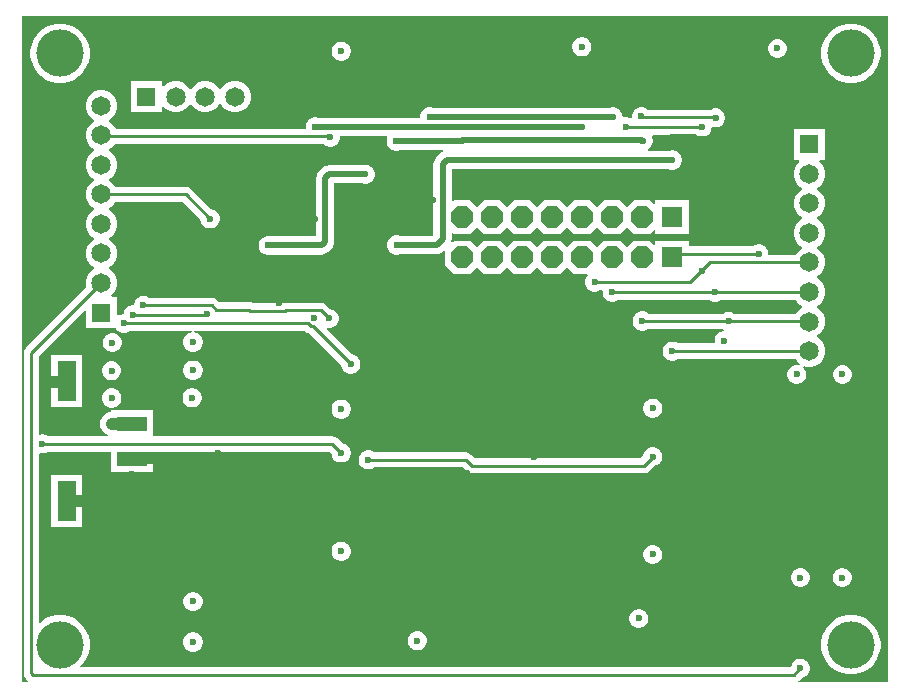
<source format=gbl>
G04*
G04 #@! TF.GenerationSoftware,Altium Limited,Altium Designer,22.8.2 (66)*
G04*
G04 Layer_Physical_Order=4*
G04 Layer_Color=16711680*
%FSLAX42Y42*%
%MOMM*%
G71*
G04*
G04 #@! TF.SameCoordinates,0533CB18-9495-43A3-8B9C-2A5BF5C5928D*
G04*
G04*
G04 #@! TF.FilePolarity,Positive*
G04*
G01*
G75*
%ADD13C,0.25*%
%ADD58C,0.51*%
%ADD59C,1.02*%
%ADD62P,1.95X8X202.5*%
%ADD63R,1.80X1.80*%
%ADD64R,1.65X1.65*%
%ADD65C,1.65*%
%ADD66R,1.65X1.65*%
%ADD67C,4.00*%
%ADD68C,0.60*%
%ADD69R,2.54X1.27*%
%ADD70R,1.65X3.43*%
G36*
X7417Y81D02*
X6660D01*
X6656Y94D01*
X6660Y96D01*
X6683Y119D01*
X6703Y125D01*
X6722Y135D01*
X6737Y150D01*
X6747Y169D01*
X6753Y189D01*
Y211D01*
X6747Y231D01*
X6737Y250D01*
X6722Y265D01*
X6703Y275D01*
X6683Y281D01*
X6661D01*
X6641Y275D01*
X6622Y265D01*
X6607Y250D01*
X6597Y231D01*
X6591Y211D01*
X6587Y207D01*
X582D01*
X577Y218D01*
X599Y240D01*
X626Y281D01*
X645Y327D01*
X655Y375D01*
Y425D01*
X645Y473D01*
X626Y519D01*
X599Y560D01*
X564Y595D01*
X523Y622D01*
X477Y641D01*
X429Y651D01*
X379D01*
X331Y641D01*
X285Y622D01*
X244Y595D01*
X236Y587D01*
X225Y592D01*
Y2013D01*
X235Y2021D01*
X240Y2019D01*
X262D01*
X282Y2025D01*
X300Y2035D01*
X836D01*
Y1858D01*
X1191D01*
Y2035D01*
X2681D01*
X2703Y2013D01*
X2709Y1993D01*
X2719Y1974D01*
X2734Y1959D01*
X2753Y1949D01*
X2773Y1943D01*
X2795D01*
X2815Y1949D01*
X2834Y1959D01*
X2849Y1974D01*
X2859Y1993D01*
X2865Y2013D01*
Y2035D01*
X2859Y2055D01*
X2849Y2074D01*
X2834Y2089D01*
X2815Y2099D01*
X2795Y2105D01*
X2754Y2146D01*
X2733Y2160D01*
X2708Y2165D01*
X1191D01*
Y2386D01*
X836D01*
Y2373D01*
X817Y2371D01*
X793Y2361D01*
X772Y2344D01*
X755Y2323D01*
X745Y2299D01*
X742Y2272D01*
X745Y2245D01*
X755Y2221D01*
X772Y2200D01*
X793Y2183D01*
X807Y2177D01*
X804Y2165D01*
X300D01*
X282Y2175D01*
X262Y2181D01*
X240D01*
X235Y2179D01*
X225Y2187D01*
Y2841D01*
X609Y3225D01*
X621Y3221D01*
Y3079D01*
X877D01*
X881Y3070D01*
X896Y3055D01*
X915Y3045D01*
X935Y3039D01*
X957D01*
X977Y3045D01*
X995Y3055D01*
X1519D01*
X1519Y3043D01*
X1499Y3037D01*
X1480Y3027D01*
X1465Y3012D01*
X1455Y2993D01*
X1449Y2973D01*
Y2951D01*
X1455Y2931D01*
X1465Y2912D01*
X1480Y2897D01*
X1499Y2887D01*
X1519Y2881D01*
X1541D01*
X1561Y2887D01*
X1580Y2897D01*
X1595Y2912D01*
X1605Y2931D01*
X1611Y2951D01*
Y2973D01*
X1605Y2993D01*
X1595Y3012D01*
X1580Y3027D01*
X1561Y3037D01*
X1541Y3043D01*
X1541Y3055D01*
X2476D01*
X2482Y3049D01*
X2503Y3035D01*
X2517Y3032D01*
X2784Y2765D01*
X2790Y2745D01*
X2800Y2726D01*
X2815Y2711D01*
X2834Y2701D01*
X2854Y2695D01*
X2875D01*
X2896Y2701D01*
X2914Y2711D01*
X2929Y2726D01*
X2940Y2745D01*
X2946Y2765D01*
Y2787D01*
X2940Y2807D01*
X2929Y2826D01*
X2914Y2841D01*
X2896Y2851D01*
X2876Y2857D01*
X2662Y3071D01*
X2668Y3082D01*
X2671Y3081D01*
X2693D01*
X2713Y3087D01*
X2732Y3097D01*
X2747Y3112D01*
X2757Y3131D01*
X2763Y3151D01*
Y3173D01*
X2757Y3193D01*
X2747Y3212D01*
X2732Y3227D01*
X2713Y3237D01*
X2693Y3243D01*
X2658Y3277D01*
X2637Y3291D01*
X2613Y3296D01*
X2316D01*
X2291Y3291D01*
X2289Y3290D01*
X2036D01*
X2025Y3297D01*
X2001Y3302D01*
X1751D01*
X1733Y3320D01*
X1712Y3334D01*
X1687Y3339D01*
X1159D01*
X1141Y3349D01*
X1121Y3355D01*
X1099D01*
X1079Y3349D01*
X1060Y3339D01*
X1045Y3324D01*
X1035Y3305D01*
X1029Y3285D01*
Y3276D01*
X1012D01*
X991Y3271D01*
X973Y3260D01*
X958Y3245D01*
X947Y3226D01*
X942Y3206D01*
Y3201D01*
X935D01*
X915Y3195D01*
X900Y3187D01*
X887Y3192D01*
Y3345D01*
X842D01*
X839Y3358D01*
X861Y3380D01*
X878Y3411D01*
X887Y3444D01*
Y3480D01*
X878Y3513D01*
X861Y3544D01*
X836Y3569D01*
X817Y3580D01*
Y3594D01*
X836Y3605D01*
X861Y3630D01*
X878Y3661D01*
X887Y3694D01*
Y3730D01*
X878Y3763D01*
X861Y3794D01*
X836Y3819D01*
X817Y3830D01*
Y3844D01*
X836Y3855D01*
X861Y3880D01*
X878Y3911D01*
X887Y3944D01*
Y3980D01*
X878Y4013D01*
X861Y4044D01*
X836Y4069D01*
X817Y4080D01*
Y4094D01*
X836Y4105D01*
X861Y4130D01*
X871Y4147D01*
X1441D01*
X1593Y3995D01*
X1599Y3975D01*
X1609Y3956D01*
X1624Y3941D01*
X1643Y3931D01*
X1663Y3925D01*
X1685D01*
X1705Y3931D01*
X1724Y3941D01*
X1739Y3956D01*
X1749Y3975D01*
X1755Y3995D01*
Y4017D01*
X1749Y4037D01*
X1739Y4056D01*
X1724Y4071D01*
X1705Y4081D01*
X1685Y4087D01*
X1514Y4258D01*
X1493Y4272D01*
X1468Y4277D01*
X871D01*
X861Y4294D01*
X836Y4319D01*
X817Y4330D01*
Y4344D01*
X836Y4355D01*
X861Y4380D01*
X878Y4411D01*
X887Y4444D01*
Y4480D01*
X878Y4513D01*
X861Y4544D01*
X836Y4569D01*
X817Y4580D01*
Y4594D01*
X836Y4605D01*
X861Y4630D01*
X865Y4638D01*
X2636D01*
X2642Y4631D01*
X2661Y4621D01*
X2681Y4615D01*
X2703D01*
X2723Y4621D01*
X2742Y4631D01*
X2757Y4646D01*
X2767Y4665D01*
X2773Y4685D01*
Y4707D01*
X2775Y4709D01*
X3170D01*
X3176Y4698D01*
X3175Y4695D01*
X3169Y4675D01*
Y4653D01*
X3175Y4633D01*
X3185Y4614D01*
X3200Y4599D01*
X3219Y4589D01*
X3239Y4583D01*
X3261D01*
X3275Y4587D01*
X3643D01*
X3646Y4574D01*
X3641Y4573D01*
X3625Y4560D01*
X3587Y4522D01*
X3575Y4506D01*
X3568Y4488D01*
X3565Y4468D01*
Y3863D01*
X3562Y3861D01*
X3279D01*
X3265Y3865D01*
X3243D01*
X3223Y3859D01*
X3204Y3849D01*
X3189Y3834D01*
X3179Y3815D01*
X3173Y3795D01*
Y3773D01*
X3179Y3753D01*
X3189Y3734D01*
X3204Y3719D01*
X3223Y3709D01*
X3243Y3703D01*
X3265D01*
X3279Y3707D01*
X3594D01*
X3614Y3710D01*
X3633Y3717D01*
X3649Y3730D01*
X3655Y3736D01*
X3667Y3731D01*
Y3608D01*
X3737Y3538D01*
X3878D01*
X3935Y3594D01*
X3991Y3538D01*
X4132D01*
X4189Y3594D01*
X4245Y3538D01*
X4386D01*
X4443Y3594D01*
X4499Y3538D01*
X4640D01*
X4697Y3594D01*
X4753Y3538D01*
X4865D01*
X4871Y3525D01*
X4865Y3520D01*
X4855Y3501D01*
X4849Y3481D01*
Y3459D01*
X4855Y3439D01*
X4865Y3420D01*
X4880Y3405D01*
X4899Y3395D01*
X4919Y3389D01*
X4941D01*
X4961Y3395D01*
X4979Y3405D01*
X4993D01*
X4999Y3397D01*
Y3375D01*
X5005Y3355D01*
X5015Y3336D01*
X5030Y3321D01*
X5049Y3311D01*
X5069Y3305D01*
X5091D01*
X5111Y3311D01*
X5129Y3321D01*
X5898D01*
X5900Y3319D01*
X5919Y3309D01*
X5939Y3303D01*
X5961D01*
X5981Y3309D01*
X6000Y3319D01*
X6002Y3321D01*
X6631D01*
X6641Y3304D01*
X6666Y3279D01*
X6685Y3268D01*
Y3254D01*
X6666Y3243D01*
X6641Y3218D01*
X6633Y3203D01*
X6113D01*
X6095Y3213D01*
X6075Y3219D01*
X6053D01*
X6033Y3213D01*
X6015Y3203D01*
X5386D01*
X5384Y3205D01*
X5365Y3215D01*
X5345Y3221D01*
X5323D01*
X5303Y3215D01*
X5284Y3205D01*
X5269Y3190D01*
X5259Y3171D01*
X5253Y3151D01*
Y3129D01*
X5259Y3109D01*
X5269Y3090D01*
X5284Y3075D01*
X5303Y3065D01*
X5323Y3059D01*
X5345D01*
X5365Y3065D01*
X5380Y3073D01*
X6015D01*
X6028Y3066D01*
X6025Y3053D01*
X6015D01*
X5995Y3047D01*
X5976Y3037D01*
X5961Y3022D01*
X5951Y3003D01*
X5945Y2983D01*
Y2961D01*
X5946Y2960D01*
X5938Y2950D01*
X5636D01*
X5619Y2959D01*
X5599Y2965D01*
X5577D01*
X5557Y2959D01*
X5538Y2949D01*
X5523Y2934D01*
X5513Y2915D01*
X5507Y2895D01*
Y2873D01*
X5513Y2853D01*
X5523Y2834D01*
X5538Y2819D01*
X5557Y2809D01*
X5577Y2803D01*
X5599D01*
X5619Y2809D01*
X5638Y2819D01*
X5639Y2820D01*
X6632D01*
X6641Y2804D01*
X6666Y2779D01*
X6671Y2777D01*
X6666Y2765D01*
X6651Y2769D01*
X6630D01*
X6609Y2763D01*
X6591Y2753D01*
X6576Y2738D01*
X6565Y2719D01*
X6560Y2699D01*
Y2677D01*
X6565Y2657D01*
X6576Y2638D01*
X6591Y2623D01*
X6609Y2613D01*
X6630Y2607D01*
X6651D01*
X6672Y2613D01*
X6690Y2623D01*
X6705Y2638D01*
X6716Y2657D01*
X6721Y2677D01*
Y2699D01*
X6716Y2719D01*
X6705Y2738D01*
X6693Y2750D01*
X6700Y2761D01*
X6730Y2753D01*
X6766D01*
X6799Y2762D01*
X6830Y2779D01*
X6855Y2804D01*
X6872Y2835D01*
X6881Y2868D01*
Y2904D01*
X6872Y2937D01*
X6855Y2968D01*
X6830Y2993D01*
X6811Y3004D01*
Y3018D01*
X6830Y3029D01*
X6855Y3054D01*
X6872Y3085D01*
X6881Y3118D01*
Y3154D01*
X6872Y3187D01*
X6855Y3218D01*
X6830Y3243D01*
X6811Y3254D01*
Y3268D01*
X6830Y3279D01*
X6855Y3304D01*
X6872Y3335D01*
X6881Y3368D01*
Y3404D01*
X6872Y3437D01*
X6855Y3468D01*
X6830Y3493D01*
X6811Y3504D01*
Y3518D01*
X6830Y3529D01*
X6855Y3554D01*
X6872Y3585D01*
X6881Y3618D01*
Y3654D01*
X6872Y3687D01*
X6855Y3718D01*
X6830Y3743D01*
X6811Y3754D01*
Y3768D01*
X6830Y3779D01*
X6855Y3804D01*
X6872Y3835D01*
X6881Y3868D01*
Y3904D01*
X6872Y3937D01*
X6855Y3968D01*
X6830Y3993D01*
X6811Y4004D01*
Y4018D01*
X6830Y4029D01*
X6855Y4054D01*
X6872Y4085D01*
X6881Y4118D01*
Y4154D01*
X6872Y4187D01*
X6855Y4218D01*
X6830Y4243D01*
X6811Y4254D01*
Y4268D01*
X6830Y4279D01*
X6855Y4304D01*
X6872Y4335D01*
X6881Y4368D01*
Y4404D01*
X6872Y4437D01*
X6855Y4468D01*
X6833Y4490D01*
X6836Y4503D01*
X6881D01*
Y4769D01*
X6615D01*
Y4503D01*
X6660D01*
X6663Y4490D01*
X6641Y4468D01*
X6624Y4437D01*
X6615Y4404D01*
Y4368D01*
X6624Y4335D01*
X6641Y4304D01*
X6666Y4279D01*
X6685Y4268D01*
Y4254D01*
X6666Y4243D01*
X6641Y4218D01*
X6624Y4187D01*
X6615Y4154D01*
Y4118D01*
X6624Y4085D01*
X6641Y4054D01*
X6666Y4029D01*
X6685Y4018D01*
Y4004D01*
X6666Y3993D01*
X6641Y3968D01*
X6624Y3937D01*
X6615Y3904D01*
Y3868D01*
X6624Y3835D01*
X6641Y3804D01*
X6666Y3779D01*
X6685Y3768D01*
Y3754D01*
X6666Y3743D01*
X6641Y3718D01*
X6631Y3701D01*
X6401D01*
Y3721D01*
X6395Y3741D01*
X6385Y3760D01*
X6370Y3775D01*
X6351Y3785D01*
X6331Y3791D01*
X6309D01*
X6289Y3785D01*
X6271Y3775D01*
X5727D01*
Y3819D01*
X5445D01*
Y3793D01*
X5433Y3788D01*
X5402Y3819D01*
X5261D01*
X5205Y3763D01*
X5148Y3819D01*
X5007D01*
X4951Y3763D01*
X4894Y3819D01*
X4753D01*
X4697Y3763D01*
X4640Y3819D01*
X4499D01*
X4443Y3763D01*
X4386Y3819D01*
X4245D01*
X4189Y3763D01*
X4132Y3819D01*
X3991D01*
X3935Y3763D01*
X3878Y3819D01*
X3737D01*
X3729Y3810D01*
X3722Y3812D01*
X3717Y3816D01*
X3719Y3832D01*
X3719Y3832D01*
Y3883D01*
X3730Y3888D01*
X3737Y3881D01*
X3878D01*
X3935Y3937D01*
X3991Y3881D01*
X4132D01*
X4189Y3937D01*
X4245Y3881D01*
X4386D01*
X4443Y3937D01*
X4499Y3881D01*
X4640D01*
X4697Y3937D01*
X4753Y3881D01*
X4894D01*
X4951Y3937D01*
X5007Y3881D01*
X5148D01*
X5205Y3937D01*
X5261Y3881D01*
X5402D01*
X5433Y3912D01*
X5445Y3907D01*
Y3881D01*
X5727D01*
Y4162D01*
X5445D01*
Y4136D01*
X5433Y4131D01*
X5402Y4162D01*
X5261D01*
X5205Y4106D01*
X5148Y4162D01*
X5007D01*
X4951Y4106D01*
X4894Y4162D01*
X4753D01*
X4697Y4106D01*
X4640Y4162D01*
X4499D01*
X4443Y4106D01*
X4386Y4162D01*
X4245D01*
X4189Y4106D01*
X4132Y4162D01*
X3991D01*
X3935Y4106D01*
X3878Y4162D01*
X3737D01*
X3730Y4155D01*
X3719Y4160D01*
Y4429D01*
X4043D01*
X4057Y4425D01*
X4079D01*
X4093Y4429D01*
X5554D01*
X5555Y4429D01*
X5575Y4423D01*
X5596D01*
X5617Y4429D01*
X5635Y4439D01*
X5650Y4454D01*
X5661Y4473D01*
X5667Y4493D01*
Y4515D01*
X5661Y4535D01*
X5650Y4554D01*
X5635Y4569D01*
X5617Y4579D01*
X5596Y4585D01*
X5575D01*
X5568Y4583D01*
X5385D01*
X5382Y4596D01*
X5392Y4601D01*
X5407Y4616D01*
X5417Y4635D01*
X5423Y4655D01*
Y4677D01*
X5417Y4697D01*
X5414Y4703D01*
X5421Y4716D01*
X5551D01*
X5574Y4720D01*
X5787D01*
X5788Y4719D01*
X5807Y4709D01*
X5827Y4703D01*
X5849D01*
X5869Y4709D01*
X5888Y4719D01*
X5903Y4734D01*
X5913Y4753D01*
X5919Y4773D01*
X5931Y4782D01*
X5943Y4779D01*
X5965D01*
X5985Y4785D01*
X6004Y4795D01*
X6019Y4810D01*
X6029Y4829D01*
X6035Y4849D01*
Y4871D01*
X6029Y4891D01*
X6019Y4910D01*
X6004Y4925D01*
X5985Y4935D01*
X5965Y4941D01*
X5943D01*
X5923Y4935D01*
X5915Y4931D01*
X5382D01*
X5376Y4937D01*
X5357Y4947D01*
X5337Y4953D01*
X5315D01*
X5295Y4947D01*
X5276Y4937D01*
X5261Y4922D01*
X5251Y4903D01*
X5245Y4883D01*
Y4866D01*
X5236Y4859D01*
X5233Y4858D01*
X5227Y4861D01*
X5207Y4867D01*
X5185D01*
X5178Y4865D01*
X5165Y4874D01*
Y4879D01*
X5159Y4899D01*
X5149Y4918D01*
X5134Y4933D01*
X5115Y4943D01*
X5095Y4949D01*
X5073D01*
X5059Y4945D01*
X3564D01*
X3563Y4945D01*
X3543Y4951D01*
X3521D01*
X3501Y4945D01*
X3482Y4935D01*
X3467Y4920D01*
X3457Y4901D01*
X3451Y4881D01*
Y4863D01*
X2589D01*
X2575Y4867D01*
X2553D01*
X2533Y4861D01*
X2514Y4851D01*
X2499Y4836D01*
X2489Y4817D01*
X2483Y4797D01*
Y4775D01*
X2477Y4767D01*
X876D01*
X861Y4794D01*
X836Y4819D01*
X817Y4830D01*
Y4844D01*
X836Y4855D01*
X861Y4880D01*
X878Y4911D01*
X887Y4944D01*
Y4980D01*
X878Y5013D01*
X861Y5044D01*
X836Y5069D01*
X805Y5086D01*
X772Y5095D01*
X736D01*
X703Y5086D01*
X672Y5069D01*
X647Y5044D01*
X630Y5013D01*
X621Y4980D01*
Y4944D01*
X630Y4911D01*
X647Y4880D01*
X672Y4855D01*
X691Y4844D01*
Y4830D01*
X672Y4819D01*
X647Y4794D01*
X630Y4763D01*
X621Y4730D01*
Y4694D01*
X630Y4661D01*
X647Y4630D01*
X672Y4605D01*
X691Y4594D01*
Y4580D01*
X672Y4569D01*
X647Y4544D01*
X630Y4513D01*
X621Y4480D01*
Y4444D01*
X630Y4411D01*
X647Y4380D01*
X672Y4355D01*
X691Y4344D01*
Y4330D01*
X672Y4319D01*
X647Y4294D01*
X630Y4263D01*
X621Y4230D01*
Y4194D01*
X630Y4161D01*
X647Y4130D01*
X672Y4105D01*
X691Y4094D01*
Y4080D01*
X672Y4069D01*
X647Y4044D01*
X630Y4013D01*
X621Y3980D01*
Y3944D01*
X630Y3911D01*
X647Y3880D01*
X672Y3855D01*
X691Y3844D01*
Y3830D01*
X672Y3819D01*
X647Y3794D01*
X630Y3763D01*
X621Y3730D01*
Y3694D01*
X630Y3661D01*
X647Y3630D01*
X672Y3605D01*
X691Y3594D01*
Y3580D01*
X672Y3569D01*
X647Y3544D01*
X630Y3513D01*
X621Y3480D01*
Y3444D01*
X626Y3425D01*
X114Y2914D01*
X100Y2893D01*
X95Y2868D01*
Y157D01*
X100Y132D01*
X114Y111D01*
X129Y96D01*
X133Y94D01*
X129Y81D01*
X79D01*
Y5721D01*
X7417D01*
Y81D01*
D02*
G37*
%LPC*%
G36*
X4832Y5543D02*
X4811D01*
X4790Y5537D01*
X4772Y5527D01*
X4757Y5512D01*
X4746Y5493D01*
X4741Y5473D01*
Y5451D01*
X4746Y5431D01*
X4757Y5412D01*
X4772Y5397D01*
X4790Y5387D01*
X4811Y5381D01*
X4832D01*
X4853Y5387D01*
X4871Y5397D01*
X4886Y5412D01*
X4897Y5431D01*
X4902Y5451D01*
Y5473D01*
X4897Y5493D01*
X4886Y5512D01*
X4871Y5527D01*
X4853Y5537D01*
X4832Y5543D01*
D02*
G37*
G36*
X6489Y5529D02*
X6467D01*
X6447Y5523D01*
X6428Y5513D01*
X6413Y5498D01*
X6403Y5479D01*
X6397Y5459D01*
Y5437D01*
X6403Y5417D01*
X6413Y5398D01*
X6428Y5383D01*
X6447Y5373D01*
X6467Y5367D01*
X6489D01*
X6509Y5373D01*
X6528Y5383D01*
X6543Y5398D01*
X6553Y5417D01*
X6559Y5437D01*
Y5459D01*
X6553Y5479D01*
X6543Y5498D01*
X6528Y5513D01*
X6509Y5523D01*
X6489Y5529D01*
D02*
G37*
G36*
X2795Y5505D02*
X2774D01*
X2753Y5500D01*
X2735Y5489D01*
X2720Y5474D01*
X2709Y5456D01*
X2704Y5435D01*
Y5414D01*
X2709Y5393D01*
X2720Y5375D01*
X2735Y5360D01*
X2753Y5349D01*
X2774Y5344D01*
X2795D01*
X2816Y5349D01*
X2834Y5360D01*
X2849Y5375D01*
X2860Y5393D01*
X2865Y5414D01*
Y5435D01*
X2860Y5456D01*
X2849Y5474D01*
X2834Y5489D01*
X2816Y5500D01*
X2795Y5505D01*
D02*
G37*
G36*
X7125Y5657D02*
X7075D01*
X7027Y5647D01*
X6981Y5628D01*
X6940Y5601D01*
X6905Y5566D01*
X6878Y5525D01*
X6859Y5479D01*
X6849Y5431D01*
Y5381D01*
X6859Y5333D01*
X6878Y5287D01*
X6905Y5246D01*
X6940Y5211D01*
X6981Y5184D01*
X7027Y5165D01*
X7075Y5155D01*
X7125D01*
X7173Y5165D01*
X7219Y5184D01*
X7260Y5211D01*
X7295Y5246D01*
X7322Y5287D01*
X7341Y5333D01*
X7351Y5381D01*
Y5431D01*
X7341Y5479D01*
X7322Y5525D01*
X7295Y5566D01*
X7260Y5601D01*
X7219Y5628D01*
X7173Y5647D01*
X7125Y5657D01*
D02*
G37*
G36*
X429D02*
X379D01*
X331Y5647D01*
X285Y5628D01*
X244Y5601D01*
X209Y5566D01*
X182Y5525D01*
X163Y5479D01*
X153Y5431D01*
Y5381D01*
X163Y5333D01*
X182Y5287D01*
X209Y5246D01*
X244Y5211D01*
X285Y5184D01*
X331Y5165D01*
X379Y5155D01*
X429D01*
X477Y5165D01*
X523Y5184D01*
X564Y5211D01*
X599Y5246D01*
X626Y5287D01*
X645Y5333D01*
X655Y5381D01*
Y5431D01*
X645Y5479D01*
X626Y5525D01*
X599Y5566D01*
X564Y5601D01*
X523Y5628D01*
X477Y5647D01*
X429Y5657D01*
D02*
G37*
G36*
X1902Y5173D02*
X1866D01*
X1833Y5164D01*
X1802Y5147D01*
X1777Y5122D01*
X1766Y5103D01*
X1752D01*
X1741Y5122D01*
X1716Y5147D01*
X1685Y5164D01*
X1652Y5173D01*
X1616D01*
X1583Y5164D01*
X1552Y5147D01*
X1527Y5122D01*
X1516Y5103D01*
X1502D01*
X1491Y5122D01*
X1466Y5147D01*
X1435Y5164D01*
X1402Y5173D01*
X1366D01*
X1333Y5164D01*
X1302Y5147D01*
X1280Y5125D01*
X1267Y5128D01*
Y5173D01*
X1001D01*
Y4907D01*
X1267D01*
Y4952D01*
X1280Y4955D01*
X1302Y4933D01*
X1333Y4916D01*
X1366Y4907D01*
X1402D01*
X1435Y4916D01*
X1466Y4933D01*
X1491Y4958D01*
X1502Y4977D01*
X1516D01*
X1527Y4958D01*
X1552Y4933D01*
X1583Y4916D01*
X1616Y4907D01*
X1652D01*
X1685Y4916D01*
X1716Y4933D01*
X1741Y4958D01*
X1752Y4977D01*
X1766D01*
X1777Y4958D01*
X1802Y4933D01*
X1833Y4916D01*
X1866Y4907D01*
X1902D01*
X1935Y4916D01*
X1966Y4933D01*
X1991Y4958D01*
X2008Y4989D01*
X2017Y5022D01*
Y5058D01*
X2008Y5091D01*
X1991Y5122D01*
X1966Y5147D01*
X1935Y5164D01*
X1902Y5173D01*
D02*
G37*
G36*
X2997Y4463D02*
X2975D01*
X2961Y4459D01*
X2680D01*
X2660Y4456D01*
X2641Y4449D01*
X2625Y4436D01*
X2625Y4436D01*
X2596Y4407D01*
X2583Y4391D01*
X2576Y4372D01*
X2573Y4352D01*
Y3857D01*
X2191D01*
X2177Y3861D01*
X2155D01*
X2135Y3855D01*
X2116Y3845D01*
X2101Y3830D01*
X2091Y3811D01*
X2085Y3791D01*
Y3769D01*
X2091Y3749D01*
X2101Y3730D01*
X2116Y3715D01*
X2135Y3705D01*
X2155Y3699D01*
X2177D01*
X2191Y3703D01*
X2620D01*
X2640Y3706D01*
X2659Y3713D01*
X2675Y3726D01*
X2704Y3755D01*
X2704Y3755D01*
X2717Y3771D01*
X2724Y3790D01*
X2727Y3810D01*
Y4305D01*
X2961D01*
X2975Y4301D01*
X2997D01*
X3017Y4307D01*
X3036Y4317D01*
X3051Y4332D01*
X3061Y4351D01*
X3067Y4371D01*
Y4393D01*
X3061Y4413D01*
X3051Y4432D01*
X3036Y4447D01*
X3017Y4457D01*
X2997Y4463D01*
D02*
G37*
G36*
X857Y3039D02*
X835D01*
X815Y3033D01*
X796Y3023D01*
X781Y3008D01*
X771Y2989D01*
X765Y2969D01*
Y2947D01*
X771Y2927D01*
X781Y2908D01*
X796Y2893D01*
X815Y2883D01*
X835Y2877D01*
X857D01*
X877Y2883D01*
X896Y2893D01*
X911Y2908D01*
X921Y2927D01*
X927Y2947D01*
Y2969D01*
X921Y2989D01*
X911Y3008D01*
X896Y3023D01*
X877Y3033D01*
X857Y3039D01*
D02*
G37*
G36*
X1541Y2805D02*
X1519D01*
X1499Y2799D01*
X1480Y2789D01*
X1465Y2774D01*
X1455Y2755D01*
X1449Y2735D01*
Y2713D01*
X1455Y2693D01*
X1465Y2674D01*
X1480Y2659D01*
X1499Y2649D01*
X1519Y2643D01*
X1541D01*
X1561Y2649D01*
X1580Y2659D01*
X1595Y2674D01*
X1605Y2693D01*
X1611Y2713D01*
Y2735D01*
X1605Y2755D01*
X1595Y2774D01*
X1580Y2789D01*
X1561Y2799D01*
X1541Y2805D01*
D02*
G37*
G36*
X851Y2801D02*
X829D01*
X809Y2795D01*
X790Y2785D01*
X775Y2770D01*
X765Y2751D01*
X759Y2731D01*
Y2709D01*
X765Y2689D01*
X775Y2670D01*
X790Y2655D01*
X809Y2645D01*
X829Y2639D01*
X851D01*
X871Y2645D01*
X890Y2655D01*
X905Y2670D01*
X915Y2689D01*
X921Y2709D01*
Y2731D01*
X915Y2751D01*
X905Y2770D01*
X890Y2785D01*
X871Y2795D01*
X851Y2801D01*
D02*
G37*
G36*
X7039Y2769D02*
X7017D01*
X6997Y2763D01*
X6978Y2753D01*
X6963Y2738D01*
X6953Y2719D01*
X6947Y2699D01*
Y2677D01*
X6953Y2657D01*
X6963Y2638D01*
X6978Y2623D01*
X6997Y2613D01*
X7017Y2607D01*
X7039D01*
X7059Y2613D01*
X7078Y2623D01*
X7093Y2638D01*
X7103Y2657D01*
X7109Y2677D01*
Y2699D01*
X7103Y2719D01*
X7093Y2738D01*
X7078Y2753D01*
X7059Y2763D01*
X7039Y2769D01*
D02*
G37*
G36*
X1533Y2571D02*
X1511D01*
X1491Y2565D01*
X1472Y2555D01*
X1457Y2540D01*
X1447Y2521D01*
X1441Y2501D01*
Y2479D01*
X1447Y2459D01*
X1457Y2440D01*
X1472Y2425D01*
X1491Y2415D01*
X1511Y2409D01*
X1533D01*
X1553Y2415D01*
X1572Y2425D01*
X1587Y2440D01*
X1597Y2459D01*
X1603Y2479D01*
Y2501D01*
X1597Y2521D01*
X1587Y2540D01*
X1572Y2555D01*
X1553Y2565D01*
X1533Y2571D01*
D02*
G37*
G36*
X593Y2852D02*
X327D01*
Y2408D01*
X593D01*
Y2852D01*
D02*
G37*
G36*
X852Y2569D02*
X831D01*
X810Y2563D01*
X792Y2553D01*
X777Y2538D01*
X766Y2519D01*
X760Y2499D01*
Y2477D01*
X766Y2457D01*
X777Y2438D01*
X792Y2423D01*
X810Y2413D01*
X831Y2407D01*
X852D01*
X872Y2413D01*
X891Y2423D01*
X906Y2438D01*
X916Y2457D01*
X922Y2477D01*
Y2499D01*
X916Y2519D01*
X906Y2538D01*
X891Y2553D01*
X872Y2563D01*
X852Y2569D01*
D02*
G37*
G36*
X5433Y2483D02*
X5411D01*
X5391Y2477D01*
X5372Y2467D01*
X5357Y2452D01*
X5347Y2433D01*
X5341Y2413D01*
Y2391D01*
X5347Y2371D01*
X5357Y2352D01*
X5372Y2337D01*
X5391Y2327D01*
X5411Y2321D01*
X5433D01*
X5453Y2327D01*
X5472Y2337D01*
X5487Y2352D01*
X5497Y2371D01*
X5503Y2391D01*
Y2413D01*
X5497Y2433D01*
X5487Y2452D01*
X5472Y2467D01*
X5453Y2477D01*
X5433Y2483D01*
D02*
G37*
G36*
X2795Y2475D02*
X2773D01*
X2753Y2469D01*
X2734Y2459D01*
X2719Y2444D01*
X2709Y2425D01*
X2703Y2405D01*
Y2383D01*
X2709Y2363D01*
X2719Y2344D01*
X2734Y2329D01*
X2753Y2319D01*
X2773Y2313D01*
X2795D01*
X2815Y2319D01*
X2834Y2329D01*
X2849Y2344D01*
X2859Y2363D01*
X2865Y2383D01*
Y2405D01*
X2859Y2425D01*
X2849Y2444D01*
X2834Y2459D01*
X2815Y2469D01*
X2795Y2475D01*
D02*
G37*
G36*
X5433Y2073D02*
X5411D01*
X5391Y2067D01*
X5372Y2057D01*
X5357Y2042D01*
X5347Y2023D01*
X5341Y2003D01*
X5319Y1981D01*
X3916D01*
X3886Y2010D01*
X3865Y2024D01*
X3841Y2029D01*
X3063D01*
X3045Y2040D01*
X3025Y2045D01*
X3003D01*
X2983Y2040D01*
X2964Y2029D01*
X2949Y2014D01*
X2939Y1996D01*
X2933Y1975D01*
Y1954D01*
X2939Y1933D01*
X2949Y1915D01*
X2964Y1900D01*
X2983Y1889D01*
X3003Y1884D01*
X3025D01*
X3045Y1889D01*
X3063Y1900D01*
X3814D01*
X3843Y1870D01*
X3864Y1856D01*
X3889Y1851D01*
X5346D01*
X5371Y1856D01*
X5392Y1870D01*
X5433Y1911D01*
X5453Y1917D01*
X5472Y1927D01*
X5487Y1942D01*
X5497Y1961D01*
X5503Y1981D01*
Y2003D01*
X5497Y2023D01*
X5487Y2042D01*
X5472Y2057D01*
X5453Y2067D01*
X5433Y2073D01*
D02*
G37*
G36*
X593Y1836D02*
X327D01*
Y1392D01*
X593D01*
Y1836D01*
D02*
G37*
G36*
X2795Y1271D02*
X2773D01*
X2753Y1265D01*
X2734Y1255D01*
X2719Y1240D01*
X2709Y1221D01*
X2703Y1201D01*
Y1179D01*
X2709Y1159D01*
X2719Y1140D01*
X2734Y1125D01*
X2753Y1115D01*
X2773Y1109D01*
X2795D01*
X2815Y1115D01*
X2834Y1125D01*
X2849Y1140D01*
X2859Y1159D01*
X2865Y1179D01*
Y1201D01*
X2859Y1221D01*
X2849Y1240D01*
X2834Y1255D01*
X2815Y1265D01*
X2795Y1271D01*
D02*
G37*
G36*
X5433Y1245D02*
X5411D01*
X5391Y1239D01*
X5372Y1229D01*
X5357Y1214D01*
X5347Y1195D01*
X5341Y1175D01*
Y1153D01*
X5347Y1133D01*
X5357Y1114D01*
X5372Y1099D01*
X5391Y1089D01*
X5411Y1083D01*
X5433D01*
X5453Y1089D01*
X5472Y1099D01*
X5487Y1114D01*
X5497Y1133D01*
X5503Y1153D01*
Y1175D01*
X5497Y1195D01*
X5487Y1214D01*
X5472Y1229D01*
X5453Y1239D01*
X5433Y1245D01*
D02*
G37*
G36*
X7037Y1049D02*
X7015D01*
X6995Y1043D01*
X6976Y1033D01*
X6961Y1018D01*
X6951Y999D01*
X6945Y979D01*
Y958D01*
X6951Y937D01*
X6961Y919D01*
X6976Y904D01*
X6995Y893D01*
X7015Y887D01*
X7037D01*
X7057Y893D01*
X7076Y904D01*
X7091Y919D01*
X7101Y937D01*
X7107Y958D01*
Y979D01*
X7101Y999D01*
X7091Y1018D01*
X7076Y1033D01*
X7057Y1043D01*
X7037Y1049D01*
D02*
G37*
G36*
X6683Y1049D02*
X6661D01*
X6641Y1043D01*
X6622Y1033D01*
X6607Y1018D01*
X6597Y999D01*
X6591Y979D01*
Y957D01*
X6597Y937D01*
X6607Y918D01*
X6622Y903D01*
X6641Y893D01*
X6661Y887D01*
X6683D01*
X6703Y893D01*
X6722Y903D01*
X6737Y918D01*
X6747Y937D01*
X6753Y957D01*
Y979D01*
X6747Y999D01*
X6737Y1018D01*
X6722Y1033D01*
X6703Y1043D01*
X6683Y1049D01*
D02*
G37*
G36*
X1541Y847D02*
X1519D01*
X1499Y841D01*
X1480Y831D01*
X1465Y816D01*
X1455Y797D01*
X1449Y777D01*
Y755D01*
X1455Y735D01*
X1465Y716D01*
X1480Y701D01*
X1499Y691D01*
X1519Y685D01*
X1541D01*
X1561Y691D01*
X1580Y701D01*
X1595Y716D01*
X1605Y735D01*
X1611Y755D01*
Y777D01*
X1605Y797D01*
X1595Y816D01*
X1580Y831D01*
X1561Y841D01*
X1541Y847D01*
D02*
G37*
G36*
X5315Y703D02*
X5293D01*
X5273Y697D01*
X5254Y687D01*
X5239Y672D01*
X5229Y653D01*
X5223Y633D01*
Y611D01*
X5229Y591D01*
X5239Y572D01*
X5254Y557D01*
X5273Y547D01*
X5293Y541D01*
X5315D01*
X5335Y547D01*
X5354Y557D01*
X5369Y572D01*
X5379Y591D01*
X5385Y611D01*
Y633D01*
X5379Y653D01*
X5369Y672D01*
X5354Y687D01*
X5335Y697D01*
X5315Y703D01*
D02*
G37*
G36*
X3439Y515D02*
X3417D01*
X3397Y509D01*
X3378Y499D01*
X3363Y484D01*
X3353Y465D01*
X3347Y445D01*
Y423D01*
X3353Y403D01*
X3363Y384D01*
X3378Y369D01*
X3397Y359D01*
X3417Y353D01*
X3439D01*
X3459Y359D01*
X3478Y369D01*
X3493Y384D01*
X3503Y403D01*
X3509Y423D01*
Y445D01*
X3503Y465D01*
X3493Y484D01*
X3478Y499D01*
X3459Y509D01*
X3439Y515D01*
D02*
G37*
G36*
X1541Y503D02*
X1519D01*
X1499Y497D01*
X1480Y487D01*
X1465Y472D01*
X1455Y453D01*
X1449Y433D01*
Y411D01*
X1455Y391D01*
X1465Y372D01*
X1480Y357D01*
X1499Y347D01*
X1519Y341D01*
X1541D01*
X1561Y347D01*
X1580Y357D01*
X1595Y372D01*
X1605Y391D01*
X1611Y411D01*
Y433D01*
X1605Y453D01*
X1595Y472D01*
X1580Y487D01*
X1561Y497D01*
X1541Y503D01*
D02*
G37*
G36*
X7125Y651D02*
X7075D01*
X7027Y641D01*
X6981Y622D01*
X6940Y595D01*
X6905Y560D01*
X6878Y519D01*
X6859Y473D01*
X6849Y425D01*
Y375D01*
X6859Y327D01*
X6878Y281D01*
X6905Y240D01*
X6940Y205D01*
X6981Y178D01*
X7027Y159D01*
X7075Y149D01*
X7125D01*
X7173Y159D01*
X7219Y178D01*
X7260Y205D01*
X7295Y240D01*
X7322Y281D01*
X7341Y327D01*
X7351Y375D01*
Y425D01*
X7341Y473D01*
X7322Y519D01*
X7295Y560D01*
X7260Y595D01*
X7219Y622D01*
X7173Y641D01*
X7125Y651D01*
D02*
G37*
%LPD*%
D13*
X1023Y3195D02*
X1023Y3195D01*
X1650D01*
X1650Y3196D01*
X946Y3120D02*
X2503D01*
X2528Y3095D01*
X2685Y4703D02*
X2692Y4696D01*
X763Y4703D02*
X2685D01*
X754Y4712D02*
X763Y4703D01*
X5332Y4866D02*
X5948D01*
X5326Y4872D02*
X5332Y4866D01*
X5948D02*
X5954Y4860D01*
X5551Y4781D02*
X5556Y4785D01*
X5837D01*
X5285Y4781D02*
X5551D01*
X5197Y4785D02*
X5281D01*
X5285Y4781D01*
X3014Y1965D02*
X3841D01*
X3889Y1916D02*
X5346D01*
X3841Y1965D02*
X3889Y1916D01*
X6747Y2885D02*
X6748Y2886D01*
X5589Y2885D02*
X6747D01*
X5588Y2884D02*
X5589Y2885D01*
X251Y2100D02*
X2708D01*
X2613Y3231D02*
X2682Y3162D01*
X2309Y3225D02*
X2316Y3231D01*
X2013Y3225D02*
X2309D01*
X1724Y3237D02*
X2001D01*
X2316Y3231D02*
X2613D01*
X2001Y3237D02*
X2013Y3225D01*
X2546Y3095D02*
X2865Y2776D01*
X2528Y3095D02*
X2546D01*
X1687Y3274D02*
X1724Y3237D01*
X1110Y3274D02*
X1687D01*
X5346Y1916D02*
X5422Y1992D01*
X175Y142D02*
X6614D01*
X160Y2868D02*
X754Y3462D01*
X160Y157D02*
Y2868D01*
Y157D02*
X175Y142D01*
X2708Y2100D02*
X2784Y2024D01*
X5740Y3470D02*
X5906Y3636D01*
X5196Y4786D02*
X5197Y4785D01*
X5837D02*
X5838Y4784D01*
X5080Y3386D02*
X6748D01*
X6064Y3138D02*
X6746D01*
X5336D02*
X6064D01*
X5617Y3710D02*
X6320D01*
X5586Y3678D02*
X5617Y3710D01*
X5906Y3636D02*
X6748D01*
X4930Y3470D02*
X5740D01*
X6746Y3138D02*
X6748Y3136D01*
X5334Y3140D02*
X5336Y3138D01*
X1468Y4212D02*
X1674Y4006D01*
X754Y4212D02*
X1468D01*
X6614Y142D02*
X6672Y200D01*
D58*
X2650Y3810D02*
Y4352D01*
X2166Y3780D02*
X2620D01*
X2650Y3810D01*
X2680Y4382D02*
X2986D01*
X2650Y4352D02*
X2680Y4382D01*
X3642Y3832D02*
Y4468D01*
X3680Y4506D01*
X3594Y3784D02*
X3642Y3832D01*
X3254Y3784D02*
X3594D01*
X3680Y4506D02*
X4068D01*
X2564Y4786D02*
X4821D01*
X3532Y4870D02*
X3534Y4868D01*
X5084D01*
X5584Y4506D02*
X5586Y4504D01*
X4068Y4506D02*
X5584D01*
X3820Y4674D02*
X5334D01*
X5342Y4666D01*
X3810Y4664D02*
X3820Y4674D01*
X3250Y4664D02*
X3810D01*
D59*
X476Y1620D02*
X1348D01*
X464Y2624D02*
X476Y2636D01*
X310Y2624D02*
X464D01*
X1030Y1978D02*
X1352D01*
X1354Y1980D01*
X1024Y2272D02*
X1030Y2278D01*
X844Y2272D02*
X1024D01*
D62*
X3808Y3678D02*
D03*
X4062D02*
D03*
X4316D02*
D03*
X4570D02*
D03*
X5078D02*
D03*
X5332D02*
D03*
X4824D02*
D03*
Y4021D02*
D03*
X5332D02*
D03*
X5078D02*
D03*
X4570D02*
D03*
X4316D02*
D03*
X4062D02*
D03*
X3808D02*
D03*
D63*
X5586Y3678D02*
D03*
Y4021D02*
D03*
D64*
X1134Y5040D02*
D03*
D65*
X1384D02*
D03*
X1634D02*
D03*
X1884D02*
D03*
X754Y3462D02*
D03*
Y3712D02*
D03*
Y3962D02*
D03*
Y4212D02*
D03*
Y4462D02*
D03*
Y4712D02*
D03*
Y4962D02*
D03*
X6748Y2886D02*
D03*
Y3136D02*
D03*
Y3386D02*
D03*
Y3636D02*
D03*
Y3886D02*
D03*
Y4136D02*
D03*
Y4386D02*
D03*
D66*
X754Y3212D02*
D03*
X6748Y4636D02*
D03*
D67*
X404Y5406D02*
D03*
X7100D02*
D03*
Y400D02*
D03*
X404D02*
D03*
D68*
X1744Y2020D02*
D03*
X6288Y979D02*
D03*
X1023Y3195D02*
D03*
X2692Y4696D02*
D03*
X5326Y4872D02*
D03*
X2564Y4007D02*
D03*
X3558Y4168D02*
D03*
X3850Y1856D02*
D03*
X4414Y1990D02*
D03*
X5588Y2884D02*
D03*
X372Y1034D02*
D03*
X251Y2100D02*
D03*
X1650Y3196D02*
D03*
X2261Y3293D02*
D03*
X2556Y3163D02*
D03*
X2865Y2776D02*
D03*
X374Y4664D02*
D03*
X7132Y4752D02*
D03*
X7306Y1062D02*
D03*
X6282Y570D02*
D03*
X6622Y5402D02*
D03*
X5698Y5406D02*
D03*
X4448Y5404D02*
D03*
X3204Y5408D02*
D03*
X1999D02*
D03*
X2324Y5374D02*
D03*
X3344Y4168D02*
D03*
X2260Y4154D02*
D03*
X3344Y3293D02*
D03*
X3650Y3156D02*
D03*
X2128Y2400D02*
D03*
X4912Y2396D02*
D03*
X6640Y2236D02*
D03*
X7032Y1554D02*
D03*
X6418Y1528D02*
D03*
X4016Y580D02*
D03*
X3996Y1078D02*
D03*
X738Y422D02*
D03*
X726Y766D02*
D03*
X3546Y3676D02*
D03*
X7030Y1814D02*
D03*
X6006Y863D02*
D03*
X5628Y1324D02*
D03*
X6318Y1263D02*
D03*
X6678Y1560D02*
D03*
X3428Y1376D02*
D03*
X3780Y1212D02*
D03*
X4008Y804D02*
D03*
X2944Y1024D02*
D03*
X1047Y1254D02*
D03*
X618Y1576D02*
D03*
X1016Y1846D02*
D03*
X726Y1050D02*
D03*
X268Y1380D02*
D03*
X1890Y4798D02*
D03*
X596Y3034D02*
D03*
X1348Y1620D02*
D03*
X310Y2624D02*
D03*
X1354Y1980D02*
D03*
X5838Y3562D02*
D03*
Y4784D02*
D03*
X5196Y4786D02*
D03*
X5954Y4860D02*
D03*
X5950Y3384D02*
D03*
X6064Y3138D02*
D03*
X6320Y3710D02*
D03*
X4930Y3470D02*
D03*
X6026Y2972D02*
D03*
X5080Y3386D02*
D03*
X5334Y3140D02*
D03*
X4821Y4786D02*
D03*
X2564D02*
D03*
X3532Y4870D02*
D03*
X5084Y4868D02*
D03*
X5586Y4504D02*
D03*
X5342Y4666D02*
D03*
X4068Y4506D02*
D03*
X3254Y3784D02*
D03*
X2986Y4382D02*
D03*
X2166Y3780D02*
D03*
X3250Y4664D02*
D03*
X3820Y4674D02*
D03*
X2682Y3162D02*
D03*
X1110Y3274D02*
D03*
X1674Y4006D02*
D03*
X5304Y622D02*
D03*
X6672Y200D02*
D03*
X4821Y5462D02*
D03*
X3014Y1965D02*
D03*
X946Y3120D02*
D03*
X7026Y968D02*
D03*
X6672Y968D02*
D03*
X1530Y766D02*
D03*
Y422D02*
D03*
X844Y2272D02*
D03*
X3428Y434D02*
D03*
X846Y2958D02*
D03*
X840Y2720D02*
D03*
X841Y2488D02*
D03*
X1522Y2490D02*
D03*
X1530Y2724D02*
D03*
Y2962D02*
D03*
X6640Y2688D02*
D03*
X7028D02*
D03*
X6478Y5448D02*
D03*
X5422Y2402D02*
D03*
Y1992D02*
D03*
Y1164D02*
D03*
X2784Y2394D02*
D03*
Y2024D02*
D03*
X2784Y5424D02*
D03*
X2784Y1190D02*
D03*
D69*
X1014Y1972D02*
D03*
Y2272D02*
D03*
D70*
X460Y1614D02*
D03*
Y2630D02*
D03*
M02*

</source>
